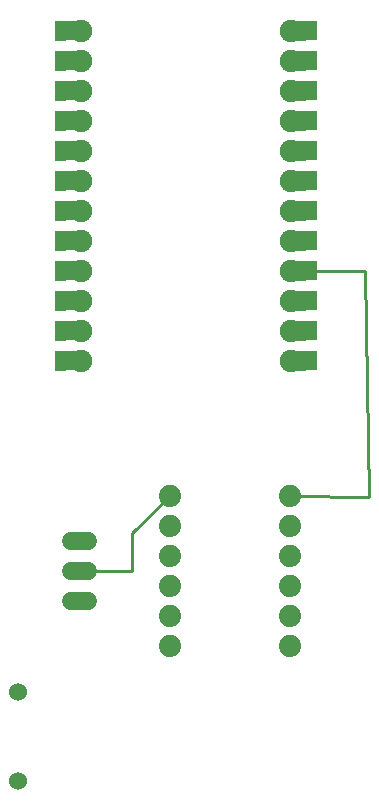
<source format=gtl>
G04 Layer: TopLayer*
G04 EasyEDA v6.3.53, 2020-06-18T19:39:47--4:00*
G04 e7e3e9cc35ab4c03949e4311758ff5c7,7c2c677999ea4ec384e77b3a21fa14ba,10*
G04 Gerber Generator version 0.2*
G04 Scale: 100 percent, Rotated: No, Reflected: No *
G04 Dimensions in millimeters *
G04 leading zeros omitted , absolute positions ,3 integer and 3 decimal *
%FSLAX33Y33*%
%MOMM*%
G90*
G71D02*

%ADD10C,0.254000*%
%ADD12C,1.524000*%
%ADD13C,1.879600*%
%ADD14C,1.905000*%
%ADD15C,1.507998*%

%LPD*%
G54D10*
G01X28067Y50165D02*
G01X34290Y50165D01*
G01X34671Y30988D01*
G01X27940Y31115D01*
G01X27852Y31202D01*
G01X27828Y31202D01*
G01X17780Y31115D02*
G01X14605Y27940D01*
G01X14605Y24765D01*
G01X10160Y24765D01*
G36*
G01X28370Y66228D02*
G01X30300Y66232D01*
G01X30303Y64581D01*
G01X28373Y64577D01*
G01X28370Y66228D01*
G37*
G36*
G01X28370Y63688D02*
G01X30300Y63692D01*
G01X30303Y62041D01*
G01X28373Y62037D01*
G01X28370Y63688D01*
G37*
G36*
G01X28370Y61148D02*
G01X30300Y61152D01*
G01X30303Y59501D01*
G01X28373Y59497D01*
G01X28370Y61148D01*
G37*
G36*
G01X28370Y58608D02*
G01X30300Y58612D01*
G01X30303Y56961D01*
G01X28373Y56957D01*
G01X28370Y58608D01*
G37*
G36*
G01X28370Y56068D02*
G01X30300Y56072D01*
G01X30303Y54421D01*
G01X28373Y54417D01*
G01X28370Y56068D01*
G37*
G36*
G01X28370Y53528D02*
G01X30300Y53532D01*
G01X30303Y51881D01*
G01X28373Y51877D01*
G01X28370Y53528D01*
G37*
G36*
G01X28370Y50988D02*
G01X30300Y50992D01*
G01X30303Y49341D01*
G01X28373Y49337D01*
G01X28370Y50988D01*
G37*
G36*
G01X28370Y48448D02*
G01X30300Y48452D01*
G01X30303Y46801D01*
G01X28373Y46797D01*
G01X28370Y48448D01*
G37*
G36*
G01X28370Y45908D02*
G01X30300Y45912D01*
G01X30303Y44261D01*
G01X28373Y44257D01*
G01X28370Y45908D01*
G37*
G36*
G01X28370Y43368D02*
G01X30300Y43372D01*
G01X30303Y41721D01*
G01X28373Y41717D01*
G01X28370Y43368D01*
G37*
G36*
G01X8050Y61148D02*
G01X9980Y61152D01*
G01X9983Y59501D01*
G01X8053Y59497D01*
G01X8050Y61148D01*
G37*
G36*
G01X8050Y71308D02*
G01X9980Y71312D01*
G01X9983Y69661D01*
G01X8053Y69657D01*
G01X8050Y71308D01*
G37*
G36*
G01X8050Y66228D02*
G01X9980Y66232D01*
G01X9983Y64581D01*
G01X8053Y64577D01*
G01X8050Y66228D01*
G37*
G36*
G01X8050Y63688D02*
G01X9980Y63692D01*
G01X9983Y62041D01*
G01X8053Y62037D01*
G01X8050Y63688D01*
G37*
G36*
G01X8050Y68768D02*
G01X9980Y68772D01*
G01X9983Y67121D01*
G01X8053Y67117D01*
G01X8050Y68768D01*
G37*
G36*
G01X8050Y58608D02*
G01X9980Y58612D01*
G01X9983Y56961D01*
G01X8053Y56957D01*
G01X8050Y58608D01*
G37*
G36*
G01X8050Y56068D02*
G01X9980Y56072D01*
G01X9983Y54421D01*
G01X8053Y54417D01*
G01X8050Y56068D01*
G37*
G36*
G01X8050Y53528D02*
G01X9980Y53532D01*
G01X9983Y51881D01*
G01X8053Y51877D01*
G01X8050Y53528D01*
G37*
G36*
G01X8050Y50988D02*
G01X9980Y50992D01*
G01X9983Y49341D01*
G01X8053Y49337D01*
G01X8050Y50988D01*
G37*
G36*
G01X8050Y48448D02*
G01X9980Y48452D01*
G01X9983Y46801D01*
G01X8053Y46797D01*
G01X8050Y48448D01*
G37*
G36*
G01X8050Y45908D02*
G01X9980Y45912D01*
G01X9983Y44261D01*
G01X8053Y44257D01*
G01X8050Y45908D01*
G37*
G36*
G01X8050Y43368D02*
G01X9980Y43372D01*
G01X9983Y41721D01*
G01X8053Y41717D01*
G01X8050Y43368D01*
G37*
G36*
G01X28370Y68768D02*
G01X30300Y68772D01*
G01X30303Y67121D01*
G01X28373Y67117D01*
G01X28370Y68768D01*
G37*
G36*
G01X28370Y71308D02*
G01X30300Y71312D01*
G01X30303Y69661D01*
G01X28373Y69657D01*
G01X28370Y71308D01*
G37*
G54D12*
G01X10287Y70485D03*
G01X10287Y67945D03*
G01X10287Y65405D03*
G01X10287Y62865D03*
G01X10287Y60325D03*
G01X10287Y57785D03*
G01X10287Y55245D03*
G01X10287Y52705D03*
G01X10287Y50165D03*
G01X10287Y47625D03*
G01X10287Y45085D03*
G01X10287Y42545D03*
G01X10160Y27305D03*
G01X10160Y24765D03*
G01X10160Y22225D03*
G01X4953Y14478D03*
G01X4953Y6985D03*
G01X17780Y18415D03*
G01X17780Y20955D03*
G01X17780Y23495D03*
G01X17780Y26035D03*
G01X17780Y28575D03*
G01X17780Y31115D03*
G01X27940Y28575D03*
G01X27940Y26035D03*
G01X27940Y23495D03*
G01X27940Y20955D03*
G01X27940Y18415D03*
G01X28067Y42545D03*
G01X28067Y45085D03*
G01X28067Y47625D03*
G01X28067Y50165D03*
G01X28067Y52705D03*
G01X28067Y55245D03*
G01X28067Y57785D03*
G01X28067Y60325D03*
G01X28067Y62865D03*
G01X28067Y65405D03*
G01X28067Y67945D03*
G01X28067Y70485D03*
G01X27940Y31115D03*
G54D13*
G01X27940Y18415D03*
G01X27940Y20955D03*
G01X27940Y23495D03*
G01X27940Y26035D03*
G01X27940Y28575D03*
G01X27940Y31115D03*
G01X17780Y31115D03*
G01X17780Y28575D03*
G01X17780Y26035D03*
G01X17780Y23495D03*
G01X17780Y20955D03*
G01X17780Y18415D03*
G54D14*
G01X28067Y70485D03*
G01X28067Y67945D03*
G01X28067Y65405D03*
G01X28067Y62865D03*
G01X28067Y60325D03*
G01X28067Y57785D03*
G01X28067Y55245D03*
G01X28067Y52705D03*
G01X28067Y50165D03*
G01X28067Y47625D03*
G01X28067Y45085D03*
G01X28067Y42545D03*
G01X10287Y42545D03*
G01X10287Y45085D03*
G01X10287Y47625D03*
G01X10287Y50165D03*
G01X10287Y52705D03*
G01X10287Y55245D03*
G01X10287Y57785D03*
G01X10287Y60325D03*
G01X10287Y62865D03*
G01X10287Y65405D03*
G01X10287Y67945D03*
G01X10287Y70485D03*
G54D15*
G01X9406Y22225D02*
G01X10913Y22225D01*
G01X9406Y24765D02*
G01X10913Y24765D01*
G01X9406Y27305D02*
G01X10913Y27305D01*
M00*
M02*

</source>
